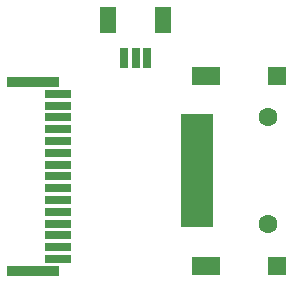
<source format=gts>
G04*
G04 #@! TF.GenerationSoftware,Altium Limited,Altium Designer,19.1.1 (5)*
G04*
G04 Layer_Color=8388736*
%FSLAX44Y44*%
%MOMM*%
G71*
G01*
G75*
%ADD20R,0.7032X1.7532*%
%ADD21R,1.4032X2.2032*%
%ADD22R,2.8031X0.4831*%
%ADD23R,2.4031X1.5032*%
%ADD24R,1.6033X1.5032*%
%ADD25R,2.2032X0.8032*%
%ADD26R,4.4031X0.9032*%
%ADD27C,1.6033*%
D20*
X124460Y254000D02*
D03*
X134460D02*
D03*
X144460D02*
D03*
D21*
X157460Y286250D02*
D03*
X111460D02*
D03*
D22*
X186560Y203751D02*
D03*
Y198750D02*
D03*
Y193751D02*
D03*
Y183751D02*
D03*
Y178750D02*
D03*
Y168750D02*
D03*
Y163751D02*
D03*
Y153749D02*
D03*
Y148750D02*
D03*
Y143749D02*
D03*
Y138750D02*
D03*
Y133749D02*
D03*
Y128750D02*
D03*
Y123749D02*
D03*
Y118750D02*
D03*
Y113749D02*
D03*
Y173751D02*
D03*
Y188750D02*
D03*
Y158750D02*
D03*
D23*
X194160Y239250D02*
D03*
Y78250D02*
D03*
D24*
X253761D02*
D03*
Y239250D02*
D03*
D25*
X68580Y143830D02*
D03*
Y153830D02*
D03*
Y183830D02*
D03*
Y173830D02*
D03*
Y213830D02*
D03*
Y203830D02*
D03*
Y223830D02*
D03*
Y193830D02*
D03*
Y163830D02*
D03*
Y133830D02*
D03*
Y123830D02*
D03*
Y113830D02*
D03*
Y103830D02*
D03*
Y93830D02*
D03*
Y83830D02*
D03*
D26*
X47579Y233830D02*
D03*
Y73830D02*
D03*
D27*
X246159Y113749D02*
D03*
Y203751D02*
D03*
M02*

</source>
